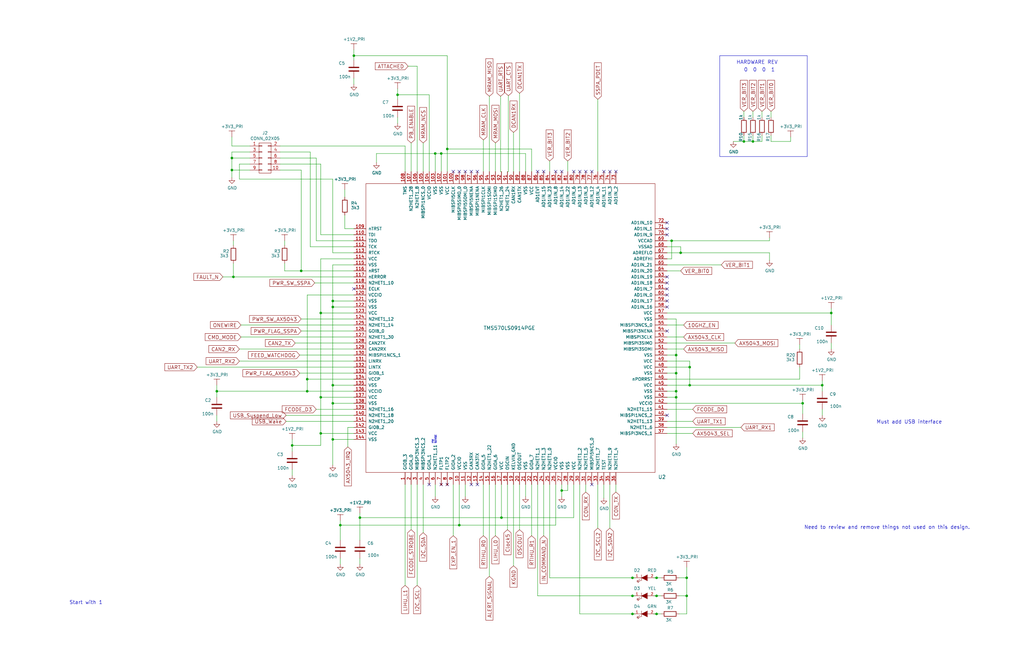
<source format=kicad_sch>
(kicad_sch (version 20230121) (generator eeschema)
  (paper "USLedger")
  (title_block (title "Radiation Tolerant Internal Housekeeping Unit (IHU)") (date "2019-12-23") (rev "1.1") (company "AMSAT-NA") (comment 1 "Z. Metzinger"))
  (lib_symbols
    (symbol "power:GND" (power) (pin_names (offset 0))
      (property "Value" "GND" (at 0 -3.81 0))
      (symbol "GND_1_1"
        (pin power_in line (at 0 0 270) (length 0) hide (name "GND") (number "1"))
      )
    )
    (symbol "rtihu-rescue:+1V2_PRI" (power) (pin_names (offset 0))
      (property "Value" "+1V2_PRI" (at 0 3.556 0))
      (symbol "+1V2_PRI_1_1"
        (pin power_in line (at 0 0 90) (length 0) hide (name "+1V2_PRI") (number "1"))
      )
    )
    (symbol "rtihu-rescue:+3V3_PRI" (power) (pin_names (offset 0))
      (property "Value" "+3V3_PRI" (at 0 3.556 0))
      (symbol "+3V3_PRI_1_1"
        (pin power_in line (at 0 0 90) (length 0) hide (name "+3V3_PRI") (number "1"))
      )
    )
    (symbol "Device:C" (pin_numbers hide) (pin_names (offset 0.254))
      (property "Reference" "C" (at 0.635 2.54 0))
      (property "Value" "C" (at 0.635 -2.54 0))
      (symbol "C_1_1"
        (pin passive line (at 0 3.81 270) (length 2.794) (name "~") (number "1"))
        (pin passive line (at 0 -3.81 90) (length 2.794) (name "~") (number "2"))
      )
    )
    (symbol "rtihu-rescue:CONN_02X05" (pin_names (offset 0.0254) hide)
      (property "Reference" "P" (at 0 7.62 0))
      (property "Value" "CONN_02X05" (at 0 -7.62 0))
      (symbol "CONN_02X05_1_1"
        (pin passive line (at -6.35 5.08 0) (length 3.81) (name "P1") (number "1"))
        (pin passive line (at 6.35 -5.08 180) (length 3.81) (name "P10") (number "10"))
        (pin passive line (at 6.35 5.08 180) (length 3.81) (name "P2") (number "2"))
        (pin passive line (at -6.35 2.54 0) (length 3.81) (name "P3") (number "3"))
        (pin passive line (at 6.35 2.54 180) (length 3.81) (name "P4") (number "4"))
        (pin passive line (at -6.35 0 0) (length 3.81) (name "P5") (number "5"))
        (pin passive line (at 6.35 0 180) (length 3.81) (name "P6") (number "6"))
        (pin passive line (at -6.35 -2.54 0) (length 3.81) (name "P7") (number "7"))
        (pin passive line (at 6.35 -2.54 180) (length 3.81) (name "P8") (number "8"))
        (pin passive line (at -6.35 -5.08 0) (length 3.81) (name "P9") (number "9"))
      )
    )
    (symbol "rtihu-rescue:LED" (pin_names (offset 1.016) hide)
      (property "Reference" "D" (at 0 2.54 0))
      (property "Value" "LED" (at 0 -2.54 0))
      (symbol "LED_1_1"
        (pin passive line (at -5.08 0 0) (length 3.81) (name "K") (number "1"))
        (pin passive line (at 5.08 0 180) (length 3.81) (name "A") (number "2"))
      )
    )
    (symbol "Device:R" (pin_numbers hide) (pin_names (offset 0))
      (property "Reference" "R" (at 2.032 0 90))
      (property "Value" "R" (at 0 0 90))
      (symbol "R_1_1"
        (pin passive line (at 0 3.81 270) (length 1.27) (name "~") (number "1"))
        (pin passive line (at 0 -3.81 90) (length 1.27) (name "~") (number "2"))
      )
    )
    (symbol "rtihu-rescue:TMS570LS0914PGE" (pin_names (offset 1.016))
      (property "Reference" "U" (at 58.42 -67.31 0))
      (property "Value" "TMS570LS0914PGE" (at 0 0 0))
      (symbol "TMS570LS0914PGE_1_1"
        (pin bidirectional line (at -44.45 -66.04 90) (length 5.08) (name "GIOB_3") (number "1"))
        (pin power_in line (at -21.59 -66.04 90) (length 5.08) (name "VCCIO") (number "10"))
        (pin bidirectional line (at -24.13 66.04 270) (length 5.08) (name "MIBSPI5CLK") (number "100"))
        (pin input line (at -26.67 66.04 270) (length 5.08) (name "VCC") (number "101"))
        (pin input line (at -29.21 66.04 270) (length 5.08) (name "VSS") (number "102"))
        (pin input line (at -31.75 66.04 270) (length 5.08) (name "VSS") (number "103"))
        (pin input line (at -34.29 66.04 270) (length 5.08) (name "VCCIO") (number "104"))
        (pin bidirectional line (at -36.83 66.04 270) (length 5.08) (name "MIBSPI1NCS_0") (number "105"))
        (pin bidirectional line (at -39.37 66.04 270) (length 5.08) (name "N2HET1_8") (number "106"))
        (pin bidirectional line (at -41.91 66.04 270) (length 5.08) (name "N2HET1_28") (number "107"))
        (pin input line (at -44.45 66.04 270) (length 5.08) (name "TMS") (number "108"))
        (pin input line (at -66.04 41.91 0) (length 5.08) (name "nTRST") (number "109"))
        (pin passive line (at -19.05 -66.04 90) (length 5.08) (name "VSS") (number "11"))
        (pin input line (at -66.04 39.37 0) (length 5.08) (name "TDI") (number "110"))
        (pin output line (at -66.04 36.83 0) (length 5.08) (name "TDO") (number "111"))
        (pin input line (at -66.04 34.29 0) (length 5.08) (name "TCK") (number "112"))
        (pin output line (at -66.04 31.75 0) (length 5.08) (name "RTCK") (number "113"))
        (pin input line (at -66.04 29.21 0) (length 5.08) (name "VCC") (number "114"))
        (pin input line (at -66.04 26.67 0) (length 5.08) (name "VSS") (number "115"))
        (pin input line (at -66.04 24.13 0) (length 5.08) (name "nRST") (number "116"))
        (pin open_collector line (at -66.04 21.59 0) (length 5.08) (name "nERROR") (number "117"))
        (pin bidirectional line (at -66.04 19.05 0) (length 5.08) (name "N2HET1_10") (number "118"))
        (pin input line (at -66.04 16.51 0) (length 5.08) (name "ECLK") (number "119"))
        (pin input line (at -16.51 -66.04 90) (length 5.08) (name "CAN3RX") (number "12"))
        (pin input line (at -66.04 13.97 0) (length 5.08) (name "VCCIO") (number "120"))
        (pin input line (at -66.04 11.43 0) (length 5.08) (name "VSS") (number "121"))
        (pin input line (at -66.04 8.89 0) (length 5.08) (name "VSS") (number "122"))
        (pin input line (at -66.04 6.35 0) (length 5.08) (name "VCC") (number "123"))
        (pin bidirectional line (at -66.04 3.81 0) (length 5.08) (name "N2HET1_12") (number "124"))
        (pin bidirectional line (at -66.04 1.27 0) (length 5.08) (name "N2HET1_14") (number "125"))
        (pin bidirectional line (at -66.04 -1.27 0) (length 5.08) (name "GOIB_0") (number "126"))
        (pin bidirectional line (at -66.04 -3.81 0) (length 5.08) (name "N2HET1_30") (number "127"))
        (pin output line (at -66.04 -6.35 0) (length 5.08) (name "CAN2TX") (number "128"))
        (pin input line (at -66.04 -8.89 0) (length 5.08) (name "CAN2RX") (number "129"))
        (pin output line (at -13.97 -66.04 90) (length 5.08) (name "CAN3TX") (number "13"))
        (pin bidirectional line (at -66.04 -11.43 0) (length 5.08) (name "MIBSPI1NCS_1") (number "130"))
        (pin input line (at -66.04 -13.97 0) (length 5.08) (name "LINRX") (number "131"))
        (pin output line (at -66.04 -16.51 0) (length 5.08) (name "LINTX") (number "132"))
        (pin bidirectional line (at -66.04 -19.05 0) (length 5.08) (name "GIOB_1") (number "133"))
        (pin input line (at -66.04 -21.59 0) (length 5.08) (name "VCCP") (number "134"))
        (pin input line (at -66.04 -24.13 0) (length 5.08) (name "VSS") (number "135"))
        (pin input line (at -66.04 -26.67 0) (length 5.08) (name "VCCIO") (number "136"))
        (pin input line (at -66.04 -29.21 0) (length 5.08) (name "VCC") (number "137"))
        (pin input line (at -66.04 -31.75 0) (length 5.08) (name "VSS") (number "138"))
        (pin bidirectional line (at -66.04 -34.29 0) (length 5.08) (name "N2HET1_16") (number "139"))
        (pin bidirectional line (at -11.43 -66.04 90) (length 5.08) (name "GIOA_5") (number "14"))
        (pin bidirectional line (at -66.04 -36.83 0) (length 5.08) (name "N2HET1_18") (number "140"))
        (pin bidirectional line (at -66.04 -39.37 0) (length 5.08) (name "N2HET1_20") (number "141"))
        (pin bidirectional line (at -66.04 -41.91 0) (length 5.08) (name "GIOB_2") (number "142"))
        (pin input line (at -66.04 -44.45 0) (length 5.08) (name "VCC") (number "143"))
        (pin input line (at -66.04 -46.99 0) (length 5.08) (name "VSS") (number "144"))
        (pin bidirectional line (at -8.89 -66.04 90) (length 5.08) (name "N2HET1_22") (number "15"))
        (pin bidirectional line (at -6.35 -66.04 90) (length 5.08) (name "GIOA_6") (number "16"))
        (pin power_in line (at -3.81 -66.04 90) (length 5.08) (name "VCC") (number "17"))
        (pin passive line (at -1.27 -66.04 90) (length 5.08) (name "OSCIN") (number "18"))
        (pin passive line (at 1.27 -66.04 90) (length 5.08) (name "KELVIN_GND") (number "19"))
        (pin bidirectional line (at -41.91 -66.04 90) (length 5.08) (name "GIOA_0") (number "2"))
        (pin passive line (at 3.81 -66.04 90) (length 5.08) (name "OSCOUT") (number "20"))
        (pin passive line (at 6.35 -66.04 90) (length 5.08) (name "VSS") (number "21"))
        (pin bidirectional line (at 8.89 -66.04 90) (length 5.08) (name "GIOA_7") (number "22"))
        (pin bidirectional line (at 11.43 -66.04 90) (length 5.08) (name "N2HET1_1") (number "23"))
        (pin bidirectional line (at 13.97 -66.04 90) (length 5.08) (name "N2HET1_3") (number "24"))
        (pin bidirectional line (at 16.51 -66.04 90) (length 5.08) (name "N2HET1_0") (number "25"))
        (pin power_in line (at 19.05 -66.04 90) (length 5.08) (name "VCCIO") (number "26"))
        (pin passive line (at 21.59 -66.04 90) (length 5.08) (name "VSS") (number "27"))
        (pin passive line (at 24.13 -66.04 90) (length 5.08) (name "VSS") (number "28"))
        (pin power_in line (at 26.67 -66.04 90) (length 5.08) (name "VCC") (number "29"))
        (pin bidirectional line (at -39.37 -66.04 90) (length 5.08) (name "MIBSPI3NCS_3") (number "3"))
        (pin bidirectional line (at 29.21 -66.04 90) (length 5.08) (name "N2HET1_2") (number "30"))
        (pin bidirectional line (at 31.75 -66.04 90) (length 5.08) (name "N2HET1_5") (number "31"))
        (pin bidirectional line (at 34.29 -66.04 90) (length 5.08) (name "MIBSPI5NCS_0") (number "32"))
        (pin bidirectional line (at 36.83 -66.04 90) (length 5.08) (name "N2HET1_7") (number "33"))
        (pin input line (at 39.37 -66.04 90) (length 5.08) (name "TEST") (number "34"))
        (pin bidirectional line (at 41.91 -66.04 90) (length 5.08) (name "N2HET1_9") (number "35"))
        (pin bidirectional line (at 44.45 -66.04 90) (length 5.08) (name "N2HET1_4") (number "36"))
        (pin bidirectional line (at 66.04 -44.45 180) (length 5.08) (name "MIBSPI3NCS_1") (number "37"))
        (pin bidirectional line (at 66.04 -41.91 180) (length 5.08) (name "N2HET1_6") (number "38"))
        (pin bidirectional line (at 66.04 -39.37 180) (length 5.08) (name "N2HET1_13") (number "39"))
        (pin bidirectional line (at -36.83 -66.04 90) (length 5.08) (name "MIBSPI3NCS_2") (number "4"))
        (pin bidirectional line (at 66.04 -36.83 180) (length 5.08) (name "MIBSPI1NCS_2") (number "40"))
        (pin bidirectional line (at 66.04 -34.29 180) (length 5.08) (name "N2HET1_15") (number "41"))
        (pin power_in line (at 66.04 -31.75 180) (length 5.08) (name "VCCIO") (number "42"))
        (pin input line (at 66.04 -29.21 180) (length 5.08) (name "VSS") (number "43"))
        (pin input line (at 66.04 -26.67 180) (length 5.08) (name "VSS") (number "44"))
        (pin input line (at 66.04 -24.13 180) (length 5.08) (name "VCC") (number "45"))
        (pin input line (at 66.04 -21.59 180) (length 5.08) (name "nPORRST") (number "46"))
        (pin input line (at 66.04 -19.05 180) (length 5.08) (name "VSS") (number "47"))
        (pin input line (at 66.04 -16.51 180) (length 5.08) (name "VCC") (number "48"))
        (pin input line (at 66.04 -13.97 180) (length 5.08) (name "VCC") (number "49"))
        (pin bidirectional line (at -34.29 -66.04 90) (length 5.08) (name "GIOA_1") (number "5"))
        (pin input line (at 66.04 -11.43 180) (length 5.08) (name "VSS") (number "50"))
        (pin bidirectional line (at 66.04 -8.89 180) (length 5.08) (name "MIBSPI3SOMI") (number "51"))
        (pin bidirectional line (at 66.04 -6.35 180) (length 5.08) (name "MIBSPI3SIMO") (number "52"))
        (pin bidirectional line (at 66.04 -3.81 180) (length 5.08) (name "MIBSPI3CLK") (number "53"))
        (pin bidirectional line (at 66.04 -1.27 180) (length 5.08) (name "MIBSPI3NENA") (number "54"))
        (pin bidirectional line (at 66.04 1.27 180) (length 5.08) (name "MIBSPI3NCS_0") (number "55"))
        (pin input line (at 66.04 3.81 180) (length 5.08) (name "VSS") (number "56"))
        (pin input line (at 66.04 6.35 180) (length 5.08) (name "VCC") (number "57"))
        (pin bidirectional line (at 66.04 8.89 180) (length 5.08) (name "AD1IN_16") (number "58"))
        (pin bidirectional line (at 66.04 11.43 180) (length 5.08) (name "AD1IN_17") (number "59"))
        (pin bidirectional line (at -31.75 -66.04 90) (length 5.08) (name "N2HET1_11") (number "6"))
        (pin bidirectional line (at 66.04 13.97 180) (length 5.08) (name "AD1IN_0") (number "60"))
        (pin bidirectional line (at 66.04 16.51 180) (length 5.08) (name "AD1IN_7") (number "61"))
        (pin bidirectional line (at 66.04 19.05 180) (length 5.08) (name "AD1IN_18") (number "62"))
        (pin bidirectional line (at 66.04 21.59 180) (length 5.08) (name "AD1IN_19") (number "63"))
        (pin bidirectional line (at 66.04 24.13 180) (length 5.08) (name "AD1IN_20") (number "64"))
        (pin bidirectional line (at 66.04 26.67 180) (length 5.08) (name "AD1IN_21") (number "65"))
        (pin input line (at 66.04 29.21 180) (length 5.08) (name "ADREFHI") (number "66"))
        (pin input line (at 66.04 31.75 180) (length 5.08) (name "ADREFLO") (number "67"))
        (pin input line (at 66.04 34.29 180) (length 5.08) (name "VSSAD") (number "68"))
        (pin input line (at 66.04 36.83 180) (length 5.08) (name "VCCAD") (number "69"))
        (pin no_connect line (at -29.21 -66.04 90) (length 5.08) (name "FLTP1") (number "7"))
        (pin bidirectional line (at 66.04 39.37 180) (length 5.08) (name "AD1IN_9") (number "70"))
        (pin bidirectional line (at 66.04 41.91 180) (length 5.08) (name "AD1IN_1") (number "71"))
        (pin bidirectional line (at 66.04 44.45 180) (length 5.08) (name "AD1IN_10") (number "72"))
        (pin bidirectional line (at 44.45 66.04 270) (length 5.08) (name "AD1IN_2") (number "73"))
        (pin bidirectional line (at 41.91 66.04 270) (length 5.08) (name "AD1IN_3") (number "74"))
        (pin bidirectional line (at 39.37 66.04 270) (length 5.08) (name "AD1IN_11") (number "75"))
        (pin bidirectional line (at 36.83 66.04 270) (length 5.08) (name "AD1IN_4") (number "76"))
        (pin bidirectional line (at 34.29 66.04 270) (length 5.08) (name "AD1IN_12") (number "77"))
        (pin bidirectional line (at 31.75 66.04 270) (length 5.08) (name "AD1IN_5") (number "78"))
        (pin bidirectional line (at 29.21 66.04 270) (length 5.08) (name "AD1IN_13") (number "79"))
        (pin no_connect line (at -26.67 -66.04 90) (length 5.08) (name "FLTP2") (number "8"))
        (pin bidirectional line (at 26.67 66.04 270) (length 5.08) (name "AD1IN_6") (number "80"))
        (pin bidirectional line (at 24.13 66.04 270) (length 5.08) (name "AD1IN_22") (number "81"))
        (pin bidirectional line (at 21.59 66.04 270) (length 5.08) (name "AD1IN_14") (number "82"))
        (pin bidirectional line (at 19.05 66.04 270) (length 5.08) (name "AD1IN_8") (number "83"))
        (pin bidirectional line (at 16.51 66.04 270) (length 5.08) (name "AD1IN_23") (number "84"))
        (pin bidirectional line (at 13.97 66.04 270) (length 5.08) (name "AD1IN_15") (number "85"))
        (pin bidirectional line (at 11.43 66.04 270) (length 5.08) (name "AD1EVT") (number "86"))
        (pin input line (at 8.89 66.04 270) (length 5.08) (name "VCC") (number "87"))
        (pin input line (at 6.35 66.04 270) (length 5.08) (name "VSS") (number "88"))
        (pin output line (at 3.81 66.04 270) (length 5.08) (name "CAN1TX") (number "89"))
        (pin bidirectional line (at -24.13 -66.04 90) (length 5.08) (name "GIOA_2") (number "9"))
        (pin input line (at 1.27 66.04 270) (length 5.08) (name "CAN1RX") (number "90"))
        (pin bidirectional line (at -1.27 66.04 270) (length 5.08) (name "N2HET1_24") (number "91"))
        (pin bidirectional line (at -3.81 66.04 270) (length 5.08) (name "N2HET1_26") (number "92"))
        (pin bidirectional line (at -6.35 66.04 270) (length 5.08) (name "MIBSPI1SIMO") (number "93"))
        (pin bidirectional line (at -8.89 66.04 270) (length 5.08) (name "MIBSPI1SOMI") (number "94"))
        (pin bidirectional line (at -11.43 66.04 270) (length 5.08) (name "MIBSPI1CLK") (number "95"))
        (pin bidirectional line (at -13.97 66.04 270) (length 5.08) (name "MIBSPI1NENA") (number "96"))
        (pin bidirectional line (at -16.51 66.04 270) (length 5.08) (name "MIBSPI5NENA") (number "97"))
        (pin bidirectional line (at -19.05 66.04 270) (length 5.08) (name "MIBSPI5SOMI_0") (number "98"))
        (pin bidirectional line (at -21.59 66.04 270) (length 5.08) (name "MIBSPI5SIMO_0") (number "99"))
      )
    )
  )
  (junction (at 129.54 165.1))
  (junction (at 276.86 251.46))
  (junction (at 140.335 170.18))
  (junction (at 193.675 221.615))
  (junction (at 285.115 165.1))
  (junction (at 313.69 59.69))
  (junction (at 140.335 162.56))
  (junction (at 151.765 218.44))
  (junction (at 143.51 221.615))
  (junction (at 188.595 62.865))
  (junction (at 285.115 157.48))
  (junction (at 350.52 132.08))
  (junction (at 97.79 66.675))
  (junction (at 285.115 149.86))
  (junction (at 129.54 160.02))
  (junction (at 287.02 106.68))
  (junction (at 183.515 64.77))
  (junction (at 98.425 116.84))
  (junction (at 290.83 154.94))
  (junction (at 289.56 251.46))
  (junction (at 149.225 23.495))
  (junction (at 289.56 243.84))
  (junction (at 140.335 127))
  (junction (at 211.455 218.44))
  (junction (at 266.7 259.08))
  (junction (at 167.64 40.005))
  (junction (at 236.855 207.01))
  (junction (at 135.255 132.08))
  (junction (at 91.44 165.1))
  (junction (at 346.71 162.56))
  (junction (at 135.255 167.64))
  (junction (at 135.255 182.88))
  (junction (at 338.455 170.18))
  (junction (at 140.335 129.54))
  (junction (at 317.5 59.69))
  (junction (at 285.115 167.64))
  (junction (at 127 114.3))
  (junction (at 266.7 243.84))
  (junction (at 140.335 185.42))
  (junction (at 186.055 64.77))
  (junction (at 276.86 243.84))
  (junction (at 276.86 259.08))
  (junction (at 97.79 71.755))
  (junction (at 123.19 187.96))
  (junction (at 283.21 101.6))
  (junction (at 266.7 251.46))
  (junction (at 290.83 162.56))
  (no_connect (at 257.175 72.39))
  (no_connect (at 281.305 96.52))
  (no_connect (at 281.305 124.46))
  (no_connect (at 191.135 72.39))
  (no_connect (at 254.635 72.39))
  (no_connect (at 201.295 204.47))
  (no_connect (at 198.755 204.47))
  (no_connect (at 198.755 72.39))
  (no_connect (at 281.305 129.54))
  (no_connect (at 180.975 204.47))
  (no_connect (at 249.555 204.47))
  (no_connect (at 281.305 139.7))
  (no_connect (at 196.215 72.39))
  (no_connect (at 247.015 72.39))
  (no_connect (at 193.675 72.39))
  (no_connect (at 226.695 72.39))
  (no_connect (at 234.315 72.39))
  (no_connect (at 259.715 72.39))
  (no_connect (at 281.305 175.26))
  (no_connect (at 241.935 72.39))
  (no_connect (at 281.305 119.38))
  (no_connect (at 281.305 99.06))
  (no_connect (at 229.235 72.39))
  (no_connect (at 201.295 72.39))
  (no_connect (at 281.305 116.84))
  (no_connect (at 236.855 72.39))
  (no_connect (at 244.475 72.39))
  (no_connect (at 186.055 204.47))
  (no_connect (at 188.595 204.47))
  (no_connect (at 249.555 72.39))
  (no_connect (at 149.225 121.92))
  (no_connect (at 281.305 127))
  (no_connect (at 281.305 121.92))
  (no_connect (at 281.305 93.98))
  (wire (pts (xy 91.44 162.56) (xy 91.44 165.1)))
  (wire (pts (xy 285.115 165.1) (xy 281.305 165.1)))
  (wire (pts (xy 135.255 182.88) (xy 135.255 187.96)))
  (wire (pts (xy 129.54 124.46) (xy 129.54 160.02)))
  (wire (pts (xy 338.455 170.18) (xy 338.455 174.625)))
  (wire (pts (xy 133.35 101.6) (xy 133.35 66.675)))
  (wire (pts (xy 276.86 259.08) (xy 275.59 259.08)))
  (wire (pts (xy 143.51 235.585) (xy 143.51 238.125)))
  (wire (pts (xy 91.44 175.26) (xy 91.44 177.8)))
  (wire (pts (xy 140.335 170.18) (xy 149.225 170.18)))
  (wire (pts (xy 350.52 132.08) (xy 350.52 137.16)))
  (wire (pts (xy 183.515 204.47) (xy 183.515 209.55)))
  (wire (pts (xy 281.305 180.34) (xy 312.42 180.34)))
  (wire (pts (xy 149.225 139.7) (xy 127 139.7)))
  (wire (pts (xy 151.765 216.535) (xy 151.765 218.44)))
  (wire (pts (xy 120.015 101.6) (xy 120.015 103.505)))
  (wire (pts (xy 140.335 127) (xy 149.225 127)))
  (wire (pts (xy 101.6 137.16) (xy 149.225 137.16)))
  (wire (pts (xy 285.115 149.86) (xy 285.115 157.48)))
  (wire (pts (xy 193.675 221.615) (xy 234.315 221.615)))
  (wire (pts (xy 149.225 109.22) (xy 135.255 109.22)))
  (wire (pts (xy 143.51 221.615) (xy 143.51 227.965)))
  (wire (pts (xy 127 71.755) (xy 118.11 71.755)))
  (wire (pts (xy 350.52 130.175) (xy 350.52 132.08)))
  (wire (pts (xy 140.335 75.565) (xy 100.965 75.565)))
  (wire (pts (xy 317.5 59.69) (xy 321.31 59.69)))
  (wire (pts (xy 123.19 187.96) (xy 123.19 190.5)))
  (wire (pts (xy 97.79 61.595) (xy 97.79 57.785)))
  (wire (pts (xy 101.6 142.24) (xy 149.225 142.24)))
  (wire (pts (xy 259.715 207.645) (xy 259.715 204.47)))
  (wire (pts (xy 100.965 75.565) (xy 100.965 69.215)))
  (wire (pts (xy 127 134.62) (xy 149.225 134.62)))
  (wire (pts (xy 145.415 96.52) (xy 149.225 96.52)))
  (wire (pts (xy 151.765 218.44) (xy 151.765 227.965)))
  (wire (pts (xy 203.835 226.06) (xy 203.835 204.47)))
  (wire (pts (xy 290.83 152.4) (xy 281.305 152.4)))
  (wire (pts (xy 286.385 243.84) (xy 289.56 243.84)))
  (wire (pts (xy 281.305 177.8) (xy 292.1 177.8)))
  (wire (pts (xy 133.35 66.675) (xy 118.11 66.675)))
  (wire (pts (xy 126.365 157.48) (xy 149.225 157.48)))
  (wire (pts (xy 158.75 64.77) (xy 158.75 68.58)))
  (wire (pts (xy 266.7 259.08) (xy 267.97 259.08)))
  (wire (pts (xy 275.59 251.46) (xy 276.86 251.46)))
  (wire (pts (xy 91.44 165.1) (xy 91.44 167.64)))
  (wire (pts (xy 211.455 218.44) (xy 241.935 218.44)))
  (wire (pts (xy 175.895 27.94) (xy 172.085 27.94)))
  (wire (pts (xy 129.54 124.46) (xy 149.225 124.46)))
  (wire (pts (xy 143.51 221.615) (xy 193.675 221.615)))
  (wire (pts (xy 105.41 61.595) (xy 97.79 61.595)))
  (wire (pts (xy 98.425 116.84) (xy 149.225 116.84)))
  (wire (pts (xy 234.315 221.615) (xy 234.315 204.47)))
  (wire (pts (xy 135.255 187.96) (xy 123.19 187.96)))
  (wire (pts (xy 211.455 204.47) (xy 211.455 218.44)))
  (wire (pts (xy 275.59 243.84) (xy 276.86 243.84)))
  (wire (pts (xy 276.86 251.46) (xy 278.765 251.46)))
  (wire (pts (xy 350.52 144.78) (xy 350.52 147.32)))
  (wire (pts (xy 214.376 72.39) (xy 213.995 72.39)))
  (wire (pts (xy 208.915 226.06) (xy 208.915 204.47)))
  (wire (pts (xy 287.02 114.3) (xy 281.305 114.3)))
  (wire (pts (xy 149.225 149.86) (xy 126.365 149.86)))
  (wire (pts (xy 149.225 152.4) (xy 100.965 152.4)))
  (wire (pts (xy 133.35 172.72) (xy 149.225 172.72)))
  (wire (pts (xy 120.65 175.26) (xy 149.225 175.26)))
  (wire (pts (xy 206.375 72.39) (xy 206.375 40.64)))
  (wire (pts (xy 167.64 49.53) (xy 167.64 52.07)))
  (wire (pts (xy 191.135 204.47) (xy 191.135 226.06)))
  (wire (pts (xy 281.305 134.62) (xy 285.115 134.62)))
  (wire (pts (xy 127 114.3) (xy 127 71.755)))
  (polyline (pts (xy 340.36 23.495) (xy 303.53 23.495)))
  (wire (pts (xy 254.635 204.47) (xy 254.635 210.185)))
  (wire (pts (xy 289.56 259.08) (xy 286.385 259.08)))
  (wire (pts (xy 140.335 111.76) (xy 140.335 127)))
  (wire (pts (xy 208.915 72.39) (xy 208.915 60.325)))
  (wire (pts (xy 239.395 207.01) (xy 239.395 204.47)))
  (wire (pts (xy 333.375 59.69) (xy 333.375 57.785)))
  (wire (pts (xy 129.54 160.02) (xy 129.54 165.1)))
  (wire (pts (xy 221.615 64.77) (xy 221.615 72.39)))
  (wire (pts (xy 337.185 160.02) (xy 281.305 160.02)))
  (wire (pts (xy 337.185 145.415) (xy 337.185 147.32)))
  (wire (pts (xy 244.475 259.08) (xy 266.7 259.08)))
  (wire (pts (xy 346.71 172.72) (xy 346.71 175.26)))
  (wire (pts (xy 149.225 104.14) (xy 130.81 104.14)))
  (wire (pts (xy 257.175 222.885) (xy 257.175 204.47)))
  (wire (pts (xy 149.225 144.78) (xy 124.46 144.78)))
  (polyline (pts (xy 303.53 66.04) (xy 340.36 66.04)))
  (wire (pts (xy 324.485 106.68) (xy 324.485 109.855)))
  (wire (pts (xy 178.435 224.79) (xy 178.435 204.47)))
  (wire (pts (xy 281.305 182.88) (xy 292.1 182.88)))
  (wire (pts (xy 98.425 111.125) (xy 98.425 116.84)))
  (wire (pts (xy 289.56 239.395) (xy 289.56 243.84)))
  (wire (pts (xy 97.79 71.755) (xy 105.41 71.755)))
  (wire (pts (xy 281.305 147.32) (xy 288.29 147.32)))
  (wire (pts (xy 281.305 111.76) (xy 304.165 111.76)))
  (wire (pts (xy 281.305 109.22) (xy 283.21 109.22)))
  (wire (pts (xy 231.775 243.84) (xy 266.7 243.84)))
  (wire (pts (xy 309.245 59.69) (xy 313.69 59.69)))
  (wire (pts (xy 173.355 60.325) (xy 173.355 72.39)))
  (wire (pts (xy 91.44 165.1) (xy 129.54 165.1)))
  (wire (pts (xy 236.855 207.01) (xy 239.395 207.01)))
  (wire (pts (xy 221.615 204.47) (xy 221.615 209.55)))
  (wire (pts (xy 140.335 185.42) (xy 149.225 185.42)))
  (wire (pts (xy 203.835 72.39) (xy 203.835 59.055)))
  (wire (pts (xy 211.074 72.39) (xy 211.455 72.39)))
  (wire (pts (xy 170.815 72.39) (xy 170.815 61.595)))
  (wire (pts (xy 252.095 41.91) (xy 252.095 72.39)))
  (wire (pts (xy 149.225 132.08) (xy 135.255 132.08)))
  (wire (pts (xy 135.255 132.08) (xy 135.255 167.64)))
  (wire (pts (xy 97.79 64.135) (xy 97.79 66.675)))
  (wire (pts (xy 130.81 104.14) (xy 130.81 64.135)))
  (wire (pts (xy 135.255 109.22) (xy 135.255 132.08)))
  (wire (pts (xy 167.64 37.465) (xy 167.64 40.005)))
  (wire (pts (xy 127 114.3) (xy 149.225 114.3)))
  (wire (pts (xy 278.765 259.08) (xy 276.86 259.08)))
  (wire (pts (xy 149.225 33.02) (xy 149.225 35.56)))
  (wire (pts (xy 290.83 162.56) (xy 346.71 162.56)))
  (wire (pts (xy 151.765 235.585) (xy 151.765 238.125)))
  (wire (pts (xy 283.21 109.22) (xy 283.21 101.6)))
  (wire (pts (xy 98.425 101.6) (xy 98.425 103.505)))
  (wire (pts (xy 140.335 129.54) (xy 149.225 129.54)))
  (wire (pts (xy 130.81 64.135) (xy 118.11 64.135)))
  (wire (pts (xy 211.074 40.64) (xy 211.074 72.39)))
  (wire (pts (xy 120.65 177.8) (xy 149.225 177.8)))
  (wire (pts (xy 281.305 162.56) (xy 290.83 162.56)))
  (wire (pts (xy 193.675 221.615) (xy 193.675 204.47)))
  (wire (pts (xy 158.75 64.77) (xy 183.515 64.77)))
  (wire (pts (xy 140.335 162.56) (xy 140.335 170.18)))
  (wire (pts (xy 226.695 251.46) (xy 266.7 251.46)))
  (wire (pts (xy 135.255 69.215) (xy 118.11 69.215)))
  (wire (pts (xy 188.595 23.495) (xy 188.595 62.865)))
  (wire (pts (xy 140.335 162.56) (xy 149.225 162.56)))
  (wire (pts (xy 290.83 152.4) (xy 290.83 154.94)))
  (wire (pts (xy 97.79 66.675) (xy 97.79 71.755)))
  (wire (pts (xy 346.71 160.655) (xy 346.71 162.56)))
  (wire (pts (xy 324.485 101.6) (xy 324.485 100.33)))
  (wire (pts (xy 149.225 23.495) (xy 149.225 25.4)))
  (wire (pts (xy 285.115 157.48) (xy 281.305 157.48)))
  (wire (pts (xy 241.935 218.44) (xy 241.935 204.47)))
  (polyline (pts (xy 340.36 66.04) (xy 340.36 23.495)))
  (wire (pts (xy 285.115 157.48) (xy 285.115 165.1)))
  (wire (pts (xy 186.055 64.77) (xy 186.055 72.39)))
  (wire (pts (xy 224.155 62.865) (xy 188.595 62.865)))
  (wire (pts (xy 105.41 66.675) (xy 97.79 66.675)))
  (wire (pts (xy 325.12 59.69) (xy 333.375 59.69)))
  (wire (pts (xy 183.515 72.39) (xy 183.515 64.77)))
  (wire (pts (xy 135.255 167.64) (xy 149.225 167.64)))
  (wire (pts (xy 140.335 129.54) (xy 140.335 162.56)))
  (wire (pts (xy 129.54 165.1) (xy 149.225 165.1)))
  (wire (pts (xy 292.1 172.72) (xy 281.305 172.72)))
  (wire (pts (xy 317.5 49.53) (xy 317.5 46.99)))
  (wire (pts (xy 276.86 243.84) (xy 278.765 243.84)))
  (wire (pts (xy 239.395 72.39) (xy 239.395 67.945)))
  (wire (pts (xy 337.185 154.94) (xy 337.185 160.02)))
  (wire (pts (xy 285.115 167.64) (xy 281.305 167.64)))
  (wire (pts (xy 266.7 243.84) (xy 267.97 243.84)))
  (wire (pts (xy 213.995 204.47) (xy 213.995 223.52)))
  (wire (pts (xy 149.225 99.06) (xy 135.255 99.06)))
  (wire (pts (xy 281.305 132.08) (xy 350.52 132.08)))
  (wire (pts (xy 226.695 204.47) (xy 226.695 251.46)))
  (wire (pts (xy 247.015 204.47) (xy 247.015 207.645)))
  (wire (pts (xy 186.055 64.77) (xy 221.615 64.77)))
  (wire (pts (xy 167.64 40.005) (xy 167.64 41.91)))
  (wire (pts (xy 105.41 64.135) (xy 97.79 64.135)))
  (wire (pts (xy 281.305 144.78) (xy 309.88 144.78)))
  (polyline (pts (xy 303.53 23.495) (xy 303.53 66.04)))
  (wire (pts (xy 188.595 62.865) (xy 188.595 72.39)))
  (wire (pts (xy 151.765 218.44) (xy 211.455 218.44)))
  (wire (pts (xy 135.255 167.64) (xy 135.255 182.88)))
  (wire (pts (xy 289.56 243.84) (xy 289.56 251.46)))
  (wire (pts (xy 346.71 162.56) (xy 346.71 165.1)))
  (wire (pts (xy 135.255 182.88) (xy 149.225 182.88)))
  (wire (pts (xy 143.51 219.71) (xy 143.51 221.615)))
  (wire (pts (xy 285.115 167.64) (xy 285.115 187.325)))
  (wire (pts (xy 149.225 119.38) (xy 132.715 119.38)))
  (wire (pts (xy 100.965 69.215) (xy 105.41 69.215)))
  (wire (pts (xy 321.31 59.69) (xy 321.31 57.15)))
  (wire (pts (xy 170.815 61.595) (xy 118.11 61.595)))
  (wire (pts (xy 281.305 142.24) (xy 288.29 142.24)))
  (wire (pts (xy 149.225 111.76) (xy 140.335 111.76)))
  (wire (pts (xy 120.015 114.3) (xy 120.015 111.125)))
  (wire (pts (xy 290.83 154.94) (xy 281.305 154.94)))
  (wire (pts (xy 281.305 104.14) (xy 287.02 104.14)))
  (wire (pts (xy 140.335 106.68) (xy 140.335 75.565)))
  (wire (pts (xy 252.095 222.885) (xy 252.095 204.47)))
  (wire (pts (xy 224.155 72.39) (xy 224.155 62.865)))
  (wire (pts (xy 170.815 247.015) (xy 170.815 204.47)))
  (wire (pts (xy 289.56 251.46) (xy 286.385 251.46)))
  (wire (pts (xy 283.21 101.6) (xy 324.485 101.6)))
  (wire (pts (xy 149.225 160.02) (xy 129.54 160.02)))
  (wire (pts (xy 196.215 204.47) (xy 196.215 209.55)))
  (wire (pts (xy 287.02 106.68) (xy 324.485 106.68)))
  (wire (pts (xy 149.225 147.32) (xy 100.965 147.32)))
  (wire (pts (xy 281.305 101.6) (xy 283.21 101.6)))
  (wire (pts (xy 140.335 170.18) (xy 140.335 185.42)))
  (wire (pts (xy 289.56 251.46) (xy 289.56 259.08)))
  (wire (pts (xy 173.355 223.52) (xy 173.355 204.47)))
  (wire (pts (xy 145.415 90.805) (xy 145.415 96.52)))
  (wire (pts (xy 281.305 170.18) (xy 338.455 170.18)))
  (wire (pts (xy 313.69 46.99) (xy 313.69 49.53)))
  (wire (pts (xy 123.19 185.42) (xy 123.19 187.96)))
  (wire (pts (xy 149.225 106.68) (xy 140.335 106.68)))
  (wire (pts (xy 290.83 154.94) (xy 290.83 162.56)))
  (wire (pts (xy 214.376 40.386) (xy 214.376 72.39)))
  (wire (pts (xy 224.155 226.06) (xy 224.155 204.47)))
  (wire (pts (xy 216.535 204.47) (xy 216.535 238.76)))
  (wire (pts (xy 285.115 165.1) (xy 285.115 167.64)))
  (wire (pts (xy 149.225 23.495) (xy 188.595 23.495)))
  (wire (pts (xy 338.455 182.245) (xy 338.455 184.785)))
  (wire (pts (xy 149.225 180.34) (xy 146.685 180.34)))
  (wire (pts (xy 313.69 59.69) (xy 317.5 59.69)))
  (wire (pts (xy 146.685 180.34) (xy 146.685 188.595)))
  (wire (pts (xy 236.855 204.47) (xy 236.855 207.01)))
  (wire (pts (xy 216.535 55.88) (xy 216.535 72.39)))
  (wire (pts (xy 266.7 251.46) (xy 267.97 251.46)))
  (wire (pts (xy 180.975 40.005) (xy 180.975 72.39)))
  (wire (pts (xy 183.515 64.77) (xy 186.055 64.77)))
  (wire (pts (xy 167.64 40.005) (xy 180.975 40.005)))
  (wire (pts (xy 338.455 168.91) (xy 338.455 170.18)))
  (wire (pts (xy 281.305 106.68) (xy 287.02 106.68)))
  (wire (pts (xy 313.69 59.69) (xy 313.69 57.15)))
  (wire (pts (xy 175.895 27.94) (xy 175.895 72.39)))
  (wire (pts (xy 236.855 207.01) (xy 236.855 209.55)))
  (wire (pts (xy 97.79 71.755) (xy 97.79 74.93)))
  (wire (pts (xy 244.475 204.47) (xy 244.475 259.08)))
  (wire (pts (xy 149.225 154.94) (xy 83.185 154.94)))
  (wire (pts (xy 287.02 104.14) (xy 287.02 106.68)))
  (wire (pts (xy 135.255 99.06) (xy 135.255 69.215)))
  (wire (pts (xy 123.19 198.12) (xy 123.19 200.66)))
  (wire (pts (xy 321.31 49.53) (xy 321.31 46.99)))
  (wire (pts (xy 145.415 80.01) (xy 145.415 83.185)))
  (wire (pts (xy 149.225 101.6) (xy 133.35 101.6)))
  (wire (pts (xy 178.435 72.39) (xy 178.435 60.325)))
  (wire (pts (xy 206.375 243.205) (xy 206.375 204.47)))
  (wire (pts (xy 325.12 59.69) (xy 325.12 57.15)))
  (wire (pts (xy 140.335 185.42) (xy 140.335 196.215)))
  (wire (pts (xy 140.335 127) (xy 140.335 129.54)))
  (wire (pts (xy 285.115 134.62) (xy 285.115 149.86)))
  (wire (pts (xy 231.775 204.47) (xy 231.775 243.84)))
  (wire (pts (xy 93.98 116.84) (xy 98.425 116.84)))
  (wire (pts (xy 219.075 39.37) (xy 219.075 72.39)))
  (wire (pts (xy 175.895 204.47) (xy 175.895 247.015)))
  (wire (pts (xy 325.12 49.53) (xy 325.12 46.99)))
  (wire (pts (xy 229.235 204.47) (xy 229.235 226.06)))
  (wire (pts (xy 219.075 223.52) (xy 219.075 204.47)))
  (wire (pts (xy 120.015 114.3) (xy 127 114.3)))
  (wire (pts (xy 281.305 137.16) (xy 288.29 137.16)))
  (wire (pts (xy 317.5 57.15) (xy 317.5 59.69)))
  (wire (pts (xy 281.305 149.86) (xy 285.115 149.86)))
  (wire (pts (xy 149.225 20.955) (xy 149.225 23.495)))
  (wire (pts (xy 231.775 72.39) (xy 231.775 67.945)))
  (text "0" (at 321.31 30.48 0) (effects (font (size 1.524 1.524)) (justify left bottom)))
  (text "0" (at 313.69 30.48 0) (effects (font (size 1.524 1.524)) (justify left bottom)))
  (text "Need to review and remove things not used on this design." (at 339.09 223.52 0) (effects (font (size 1.524 1.524)) (justify left bottom)))
  (text "Must add USB interface" (at 369.57 179.07 0) (effects (font (size 1.524 1.524)) (justify left bottom)))
  (text "HARDWARE REV" (at 310.515 27.305 0) (effects (font (size 1.524 1.524)) (justify left bottom)))
  (text "Start with 1" (at 29.21 255.27 0) (effects (font (size 1.524 1.524)) (justify left bottom)))
  (text "HW\nSENSE" (at 184.15 187.325 90) (effects (font (size 0.762 0.762)) (justify left bottom)))
  (text "1" (at 325.12 30.48 0) (effects (font (size 1.524 1.524)) (justify left bottom)))
  (text "0" (at 317.5 30.48 0) (effects (font (size 1.524 1.524)) (justify left bottom)))
  (global_label "FCODE_STROBE" (shape input) (at 173.355 223.52 270) (effects (font (size 1.524 1.524))) (property "Intersheetrefs" "${INTERSHEET_REFS}" (effects hide)))
  (global_label "VER_BIT2" (shape input) (at 239.395 67.945 90) (effects (font (size 1.524 1.524))) (property "Intersheetrefs" "${INTERSHEET_REFS}" (effects hide)))
  (global_label "UART_RX2" (shape input) (at 100.965 152.4 180) (effects (font (size 1.524 1.524))) (property "Intersheetrefs" "${INTERSHEET_REFS}" (effects hide)))
  (global_label "CMD_MODE" (shape input) (at 101.6 142.24 180) (effects (font (size 1.524 1.524))) (property "Intersheetrefs" "${INTERSHEET_REFS}" (effects hide)))
  (global_label "I2C_SCL2" (shape input) (at 252.095 222.885 270) (effects (font (size 1.524 1.524))) (property "Intersheetrefs" "${INTERSHEET_REFS}" (effects hide)))
  (global_label "VER_BIT1" (shape input) (at 304.165 111.76 0) (effects (font (size 1.524 1.524))) (property "Intersheetrefs" "${INTERSHEET_REFS}" (effects hide)))
  (global_label "MRAM_NCS" (shape input) (at 178.435 60.325 90) (effects (font (size 1.524 1.524))) (property "Intersheetrefs" "${INTERSHEET_REFS}" (effects hide)))
  (global_label "CAN2_TX" (shape input) (at 124.46 144.78 180) (effects (font (size 1.524 1.524))) (property "Intersheetrefs" "${INTERSHEET_REFS}" (effects hide)))
  (global_label "MRAM_MISO" (shape input) (at 206.375 40.64 90) (effects (font (size 1.524 1.524))) (property "Intersheetrefs" "${INTERSHEET_REFS}" (effects hide)))
  (global_label "VER_BIT0" (shape input) (at 287.02 114.3 0) (effects (font (size 1.524 1.524))) (property "Intersheetrefs" "${INTERSHEET_REFS}" (effects hide)))
  (global_label "ONEWIRE" (shape input) (at 101.6 137.16 180) (effects (font (size 1.524 1.524))) (property "Intersheetrefs" "${INTERSHEET_REFS}" (effects hide)))
  (global_label "UART_TX2" (shape input) (at 83.185 154.94 180) (effects (font (size 1.524 1.524))) (property "Intersheetrefs" "${INTERSHEET_REFS}" (effects hide)))
  (global_label "KGND" (shape input) (at 216.535 238.76 270) (effects (font (size 1.524 1.524))) (property "Intersheetrefs" "${INTERSHEET_REFS}" (effects hide)))
  (global_label "PWR_SW_AX5043" (shape input) (at 127 134.62 180) (effects (font (size 1.524 1.524))) (property "Intersheetrefs" "${INTERSHEET_REFS}" (effects hide)))
  (global_label "RTIHU_R0" (shape input) (at 203.835 226.06 270) (effects (font (size 1.524 1.524))) (property "Intersheetrefs" "${INTERSHEET_REFS}" (effects hide)))
  (global_label "USB_Wake" (shape input) (at 120.65 177.8 180) (effects (font (size 1.524 1.524))) (property "Intersheetrefs" "${INTERSHEET_REFS}" (effects hide)))
  (global_label "PWR_FLAG_SSPA" (shape input) (at 127 139.7 180) (effects (font (size 1.524 1.524))) (property "Intersheetrefs" "${INTERSHEET_REFS}" (effects hide)))
  (global_label "FEED_WATCHDOG" (shape input) (at 126.365 149.86 180) (effects (font (size 1.524 1.524))) (property "Intersheetrefs" "${INTERSHEET_REFS}" (effects hide)))
  (global_label "ALERT_SIGNAL" (shape input) (at 206.375 243.205 270) (effects (font (size 1.524 1.524))) (property "Intersheetrefs" "${INTERSHEET_REFS}" (effects hide)))
  (global_label "AX5043_IRQ" (shape input) (at 146.685 188.595 270) (effects (font (size 1.524 1.524))) (property "Intersheetrefs" "${INTERSHEET_REFS}" (effects hide)))
  (global_label "SSPA_PDET" (shape input) (at 252.095 41.91 90) (effects (font (size 1.524 1.524))) (property "Intersheetrefs" "${INTERSHEET_REFS}" (effects hide)))
  (global_label "FAULT_N" (shape input) (at 93.98 116.84 180) (effects (font (size 1.524 1.524))) (property "Intersheetrefs" "${INTERSHEET_REFS}" (effects hide)))
  (global_label "AX5043_SEL" (shape input) (at 292.1 182.88 0) (effects (font (size 1.524 1.524))) (property "Intersheetrefs" "${INTERSHEET_REFS}" (effects hide)))
  (global_label "USB_Suspend_Low" (shape input) (at 120.65 175.26 180) (effects (font (size 1.524 1.524))) (property "Intersheetrefs" "${INTERSHEET_REFS}" (effects hide)))
  (global_label "UART_TX1" (shape input) (at 292.1 177.8 0) (effects (font (size 1.524 1.524))) (property "Intersheetrefs" "${INTERSHEET_REFS}" (effects hide)))
  (global_label "CON_RX" (shape input) (at 247.015 207.645 270) (effects (font (size 1.524 1.524))) (property "Intersheetrefs" "${INTERSHEET_REFS}" (effects hide)))
  (global_label "CON_TX" (shape input) (at 259.715 207.645 270) (effects (font (size 1.524 1.524))) (property "Intersheetrefs" "${INTERSHEET_REFS}" (effects hide)))
  (global_label "CAN2_RX" (shape input) (at 100.965 147.32 180) (effects (font (size 1.524 1.524))) (property "Intersheetrefs" "${INTERSHEET_REFS}" (effects hide)))
  (global_label "MRAM_CLK" (shape input) (at 203.835 59.055 90) (effects (font (size 1.524 1.524))) (property "Intersheetrefs" "${INTERSHEET_REFS}" (effects hide)))
  (global_label "LIHU_L0" (shape input) (at 208.915 226.06 270) (effects (font (size 1.524 1.524))) (property "Intersheetrefs" "${INTERSHEET_REFS}" (effects hide)))
  (global_label "I2C_SDA" (shape input) (at 178.435 224.79 270) (effects (font (size 1.524 1.524))) (property "Intersheetrefs" "${INTERSHEET_REFS}" (effects hide)))
  (global_label "RTIHU_R1" (shape input) (at 224.155 226.06 270) (effects (font (size 1.524 1.524))) (property "Intersheetrefs" "${INTERSHEET_REFS}" (effects hide)))
  (global_label "IN_COMMAND_N" (shape input) (at 229.235 226.06 270) (effects (font (size 1.524 1.524))) (property "Intersheetrefs" "${INTERSHEET_REFS}" (effects hide)))
  (global_label "PWR_SW_SSPA" (shape input) (at 132.715 119.38 180) (effects (font (size 1.524 1.524))) (property "Intersheetrefs" "${INTERSHEET_REFS}" (effects hide)))
  (global_label "MRAM_MOSI" (shape input) (at 208.915 60.325 90) (effects (font (size 1.524 1.524))) (property "Intersheetrefs" "${INTERSHEET_REFS}" (effects hide)))
  (global_label "EXP_EN_1" (shape input) (at 191.135 226.06 270) (effects (font (size 1.524 1.524))) (property "Intersheetrefs" "${INTERSHEET_REFS}" (effects hide)))
  (global_label "LIHU_L1" (shape input) (at 170.815 247.015 270) (effects (font (size 1.524 1.524))) (property "Intersheetrefs" "${INTERSHEET_REFS}" (effects hide)))
  (global_label "PB_ENABLE" (shape input) (at 173.355 60.325 90) (effects (font (size 1.524 1.524))) (property "Intersheetrefs" "${INTERSHEET_REFS}" (effects hide)))
  (global_label "VER_BIT3" (shape input) (at 313.69 46.99 90) (effects (font (size 1.524 1.524))) (property "Intersheetrefs" "${INTERSHEET_REFS}" (effects hide)))
  (global_label "UART_RX1" (shape input) (at 312.42 180.34 0) (effects (font (size 1.524 1.524))) (property "Intersheetrefs" "${INTERSHEET_REFS}" (effects hide)))
  (global_label "FCODE_D0" (shape input) (at 292.1 172.72 0) (effects (font (size 1.524 1.524))) (property "Intersheetrefs" "${INTERSHEET_REFS}" (effects hide)))
  (global_label "I2C_SDA2" (shape input) (at 257.175 222.885 270) (effects (font (size 1.524 1.524))) (property "Intersheetrefs" "${INTERSHEET_REFS}" (effects hide)))
  (global_label "AX5043_CLK" (shape input) (at 288.29 142.24 0) (effects (font (size 1.524 1.524))) (property "Intersheetrefs" "${INTERSHEET_REFS}" (effects hide)))
  (global_label "VER_BIT3" (shape input) (at 231.775 67.945 90) (effects (font (size 1.524 1.524))) (property "Intersheetrefs" "${INTERSHEET_REFS}" (effects hide)))
  (global_label "ATTACHED" (shape input) (at 172.085 27.94 180) (effects (font (size 1.524 1.524))) (property "Intersheetrefs" "${INTERSHEET_REFS}" (effects hide)))
  (global_label "AX5043_MISO" (shape input) (at 288.29 147.32 0) (effects (font (size 1.524 1.524))) (property "Intersheetrefs" "${INTERSHEET_REFS}" (effects hide)))
  (global_label "UART_RTS" (shape input) (at 211.074 40.64 90) (effects (font (size 1.524 1.524))) (property "Intersheetrefs" "${INTERSHEET_REFS}" (effects hide)))
  (global_label "10GHZ_EN" (shape input) (at 288.29 137.16 0) (effects (font (size 1.524 1.524))) (property "Intersheetrefs" "${INTERSHEET_REFS}" (effects hide)))
  (global_label "PWR_FLAG_AX5043" (shape input) (at 126.365 157.48 180) (effects (font (size 1.524 1.524))) (property "Intersheetrefs" "${INTERSHEET_REFS}" (effects hide)))
  (global_label "OSCOUT" (shape input) (at 219.075 223.52 270) (effects (font (size 1.524 1.524))) (property "Intersheetrefs" "${INTERSHEET_REFS}" (effects hide)))
  (global_label "UART_CTS" (shape input) (at 214.376 40.386 90) (effects (font (size 1.524 1.524))) (property "Intersheetrefs" "${INTERSHEET_REFS}" (effects hide)))
  (global_label "VER_BIT1" (shape input) (at 321.31 46.99 90) (effects (font (size 1.524 1.524))) (property "Intersheetrefs" "${INTERSHEET_REFS}" (effects hide)))
  (global_label "Clock5" (shape input) (at 213.995 223.52 270) (effects (font (size 1.524 1.524))) (property "Intersheetrefs" "${INTERSHEET_REFS}" (effects hide)))
  (global_label "FCODE_D3" (shape input) (at 133.35 172.72 180) (effects (font (size 1.524 1.524))) (property "Intersheetrefs" "${INTERSHEET_REFS}" (effects hide)))
  (global_label "AX5043_MOSI" (shape input) (at 309.88 144.78 0) (effects (font (size 1.524 1.524))) (property "Intersheetrefs" "${INTERSHEET_REFS}" (effects hide)))
  (global_label "DCAN1RX" (shape input) (at 216.535 55.88 90) (effects (font (size 1.524 1.524))) (property "Intersheetrefs" "${INTERSHEET_REFS}" (effects hide)))
  (global_label "VER_BIT2" (shape input) (at 317.5 46.99 90) (effects (font (size 1.524 1.524))) (property "Intersheetrefs" "${INTERSHEET_REFS}" (effects hide)))
  (global_label "DCAN1TX" (shape input) (at 219.075 39.37 90) (effects (font (size 1.524 1.524))) (property "Intersheetrefs" "${INTERSHEET_REFS}" (effects hide)))
  (global_label "VER_BIT0" (shape input) (at 325.12 46.99 90) (effects (font (size 1.524 1.524))) (property "Intersheetrefs" "${INTERSHEET_REFS}" (effects hide)))
  (global_label "I2C_SCL" (shape input) (at 175.895 247.015 270) (effects (font (size 1.524 1.524))) (property "Intersheetrefs" "${INTERSHEET_REFS}" (effects hide)))
  (symbol (lib_id "rtihu-rescue:TMS570LS0914PGE") (at 215.265 138.43 0) (unit 1)
    (property "Reference" "U2" (at 277.495 201.295 0) (effects (font (size 1.524 1.524)) (justify left)))
    (property "Value" "TMS570LS0914PGE" (at 203.835 138.43 0) (effects (font (size 1.524 1.524)) (justify left)))
    (property "Footprint" "amsat_ti:TQFP-144_20x20mm_Pitch0.5mm" (effects hide))
  )
  (symbol (lib_id "power:GND") (at 196.215 209.55 0) (unit 1)
    (property "Reference" "#PWR019" (effects hide))
    (property "Value" "GND" (at 196.342 213.9442 0))
  )
  (symbol (lib_id "power:GND") (at 285.115 187.325 0) (unit 1)
    (property "Reference" "#PWR023" (effects hide))
    (property "Value" "GND" (at 285.242 191.7192 0))
  )
  (symbol (lib_id "Device:R") (at 120.015 107.315 0) (unit 1)
    (property "Reference" "R3" (at 115.57 106.045 0) (effects (justify left)))
    (property "Value" "3k3" (at 114.3 107.95 0) (effects (justify left)))
    (property "Footprint" "Resistor_SMD:R_0603_1608Metric_Pad0.98x0.95mm_HandSolder" (effects hide))
  )
  (symbol (lib_id "power:GND") (at 140.335 196.215 0) (unit 1)
    (property "Reference" "#PWR09" (effects hide))
    (property "Value" "GND" (at 140.462 200.6092 0))
  )
  (symbol (lib_id "power:GND") (at 221.615 209.55 0) (unit 1)
    (property "Reference" "#PWR020" (effects hide))
    (property "Value" "GND" (at 221.742 213.9442 0))
  )
  (symbol (lib_id "power:GND") (at 236.855 209.55 0) (unit 1)
    (property "Reference" "#PWR021" (effects hide))
    (property "Value" "GND" (at 236.982 213.9442 0))
  )
  (symbol (lib_id "power:GND") (at 158.75 68.58 0) (unit 1)
    (property "Reference" "#PWR015" (effects hide))
    (property "Value" "GND" (at 158.877 72.9742 0))
  )
  (symbol (lib_id "Device:C") (at 346.71 168.91 0) (unit 1)
    (property "Reference" "C9" (at 351.155 166.37 0))
    (property "Value" "100n" (at 352.425 171.45 0))
    (property "Footprint" "Capacitor_SMD:C_0603_1608Metric_Pad1.08x0.95mm_HandSolder" (effects hide))
  )
  (symbol (lib_id "power:GND") (at 346.71 175.26 0) (unit 1)
    (property "Reference" "#PWR032" (effects hide))
    (property "Value" "GND" (at 346.837 179.6542 0))
  )
  (symbol (lib_id "Device:C") (at 167.64 45.72 0) (unit 1)
    (property "Reference" "C7" (at 162.56 43.18 0))
    (property "Value" "100n" (at 163.83 48.895 0))
    (property "Footprint" "Capacitor_SMD:C_0603_1608Metric_Pad1.08x0.95mm_HandSolder" (effects hide))
  )
  (symbol (lib_id "power:GND") (at 167.64 52.07 0) (unit 1)
    (property "Reference" "#PWR017" (effects hide))
    (property "Value" "GND" (at 167.767 56.4642 0))
  )
  (symbol (lib_id "Device:C") (at 338.455 178.435 0) (unit 1)
    (property "Reference" "C8" (at 333.375 175.895 0))
    (property "Value" "100n" (at 334.645 181.61 0))
    (property "Footprint" "Capacitor_SMD:C_0603_1608Metric_Pad1.08x0.95mm_HandSolder" (effects hide))
  )
  (symbol (lib_id "power:GND") (at 338.455 184.785 0) (unit 1)
    (property "Reference" "#PWR031" (effects hide))
    (property "Value" "GND" (at 338.582 189.1792 0))
  )
  (symbol (lib_id "Device:C") (at 350.52 140.97 0) (unit 1)
    (property "Reference" "C10" (at 345.44 138.43 0))
    (property "Value" "100n" (at 346.71 144.145 0))
    (property "Footprint" "Capacitor_SMD:C_0603_1608Metric_Pad1.08x0.95mm_HandSolder" (effects hide))
  )
  (symbol (lib_id "power:GND") (at 350.52 147.32 0) (unit 1)
    (property "Reference" "#PWR033" (effects hide))
    (property "Value" "GND" (at 350.647 151.7142 0))
  )
  (symbol (lib_id "Device:C") (at 149.225 29.21 0) (unit 1)
    (property "Reference" "C5" (at 144.145 26.67 0))
    (property "Value" "100n" (at 145.415 32.385 0))
    (property "Footprint" "Capacitor_SMD:C_0603_1608Metric_Pad1.08x0.95mm_HandSolder" (effects hide))
  )
  (symbol (lib_id "power:GND") (at 149.225 35.56 0) (unit 1)
    (property "Reference" "#PWR013" (effects hide))
    (property "Value" "GND" (at 149.352 39.9542 0))
  )
  (symbol (lib_id "Device:C") (at 151.765 231.775 0) (unit 1)
    (property "Reference" "C6" (at 156.21 229.235 0))
    (property "Value" "100n" (at 157.48 234.315 0))
    (property "Footprint" "Capacitor_SMD:C_0603_1608Metric_Pad1.08x0.95mm_HandSolder" (effects hide))
  )
  (symbol (lib_id "power:GND") (at 151.765 238.125 0) (unit 1)
    (property "Reference" "#PWR014" (effects hide))
    (property "Value" "GND" (at 151.892 242.5192 0))
  )
  (symbol (lib_id "Device:C") (at 143.51 231.775 0) (unit 1)
    (property "Reference" "C4" (at 138.43 229.235 0))
    (property "Value" "100n" (at 139.7 234.95 0))
    (property "Footprint" "Capacitor_SMD:C_0603_1608Metric_Pad1.08x0.95mm_HandSolder" (effects hide))
  )
  (symbol (lib_id "power:GND") (at 143.51 238.125 0) (unit 1)
    (property "Reference" "#PWR011" (effects hide))
    (property "Value" "GND" (at 143.637 242.5192 0))
  )
  (symbol (lib_id "Device:C") (at 123.19 194.31 0) (unit 1)
    (property "Reference" "C3" (at 118.11 191.77 0))
    (property "Value" "100n" (at 119.38 197.485 0))
    (property "Footprint" "Capacitor_SMD:C_0603_1608Metric_Pad1.08x0.95mm_HandSolder" (effects hide))
  )
  (symbol (lib_id "power:GND") (at 123.19 200.66 0) (unit 1)
    (property "Reference" "#PWR08" (effects hide))
    (property "Value" "GND" (at 123.317 205.0542 0))
  )
  (symbol (lib_id "Device:C") (at 91.44 171.45 0) (unit 1)
    (property "Reference" "C2" (at 86.36 168.91 0) (effects (justify left)))
    (property "Value" "100n" (at 87.63 174.625 0))
    (property "Footprint" "Capacitor_SMD:C_0603_1608Metric_Pad1.08x0.95mm_HandSolder" (effects hide))
  )
  (symbol (lib_id "power:GND") (at 91.44 177.8 0) (unit 1)
    (property "Reference" "#PWR03" (effects hide))
    (property "Value" "GND" (at 91.567 182.1942 0))
  )
  (symbol (lib_id "rtihu-rescue:CONN_02X05") (at 111.76 66.675 0) (unit 1)
    (property "Reference" "J2" (at 111.76 56.134 0))
    (property "Value" "CONN_02X05" (at 111.76 58.4454 0))
    (property "Footprint" "amsat_samtec:FTSH-105-01-L-DV-K" (effects hide))
  )
  (symbol (lib_id "power:GND") (at 97.79 74.93 0) (unit 1)
    (property "Reference" "#PWR05" (effects hide))
    (property "Value" "GND" (at 97.917 79.3242 0))
  )
  (symbol (lib_id "Device:R") (at 145.415 86.995 0) (unit 1)
    (property "Reference" "R4" (at 147.955 85.725 0) (effects (justify left)))
    (property "Value" "3k3" (at 147.955 87.63 0) (effects (justify left)))
    (property "Footprint" "Resistor_SMD:R_0603_1608Metric_Pad0.98x0.95mm_HandSolder" (effects hide))
  )
  (symbol (lib_id "Device:R") (at 98.425 107.315 0) (unit 1)
    (property "Reference" "R2" (at 93.98 106.045 0) (effects (justify left)))
    (property "Value" "3k3" (at 92.71 107.95 0) (effects (justify left)))
    (property "Footprint" "Resistor_SMD:R_0603_1608Metric_Pad0.98x0.95mm_HandSolder" (effects hide))
  )
  (symbol (lib_id "power:GND") (at 254.635 210.185 0) (unit 1)
    (property "Reference" "#PWR022" (effects hide))
    (property "Value" "GND" (at 254.762 214.5792 0))
  )
  (symbol (lib_id "power:GND") (at 324.485 109.855 0) (unit 1)
    (property "Reference" "#PWR027" (effects hide))
    (property "Value" "GND" (at 324.612 114.2492 0))
  )
  (symbol (lib_id "rtihu-rescue:+1V2_PRI") (at 149.225 20.955 0) (unit 1)
    (property "Reference" "#U03" (effects hide))
    (property "Value" "+1V2_PRI" (at 149.352 16.5608 0))
  )
  (symbol (lib_id "rtihu-rescue:+3V3_PRI") (at 167.64 37.465 0) (unit 1)
    (property "Reference" "#PWR016" (effects hide))
    (property "Value" "+3V3_PRI" (at 167.767 33.0708 0))
  )
  (symbol (lib_id "rtihu-rescue:+3V3_PRI") (at 97.79 57.785 0) (unit 1)
    (property "Reference" "#PWR04" (effects hide))
    (property "Value" "+3V3_PRI" (at 97.917 53.3908 0))
  )
  (symbol (lib_id "rtihu-rescue:+3V3_PRI") (at 145.415 80.01 0) (unit 1)
    (property "Reference" "#PWR012" (effects hide))
    (property "Value" "+3V3_PRI" (at 145.542 75.6158 0))
  )
  (symbol (lib_id "rtihu-rescue:+3V3_PRI") (at 120.015 101.6 0) (unit 1)
    (property "Reference" "#PWR07" (effects hide))
    (property "Value" "+3V3_PRI" (at 120.142 97.2058 0))
  )
  (symbol (lib_id "rtihu-rescue:+3V3_PRI") (at 98.425 101.6 0) (unit 1)
    (property "Reference" "#PWR06" (effects hide))
    (property "Value" "+3V3_PRI" (at 98.552 97.2058 0))
  )
  (symbol (lib_id "rtihu-rescue:+3V3_PRI") (at 91.44 162.56 0) (unit 1)
    (property "Reference" "#PWR02" (effects hide))
    (property "Value" "+3V3_PRI" (at 91.567 158.1658 0))
  )
  (symbol (lib_id "rtihu-rescue:+1V2_PRI") (at 123.19 185.42 0) (unit 1)
    (property "Reference" "#U02" (effects hide))
    (property "Value" "+1V2_PRI" (at 123.317 181.0258 0))
  )
  (symbol (lib_id "rtihu-rescue:+3V3_PRI") (at 143.51 219.71 0) (unit 1)
    (property "Reference" "#PWR010" (effects hide))
    (property "Value" "+3V3_PRI" (at 143.637 215.3158 0))
  )
  (symbol (lib_id "rtihu-rescue:+1V2_PRI") (at 151.765 216.535 0) (unit 1)
    (property "Reference" "#U04" (effects hide))
    (property "Value" "+1V2_PRI" (at 151.892 212.1408 0))
  )
  (symbol (lib_id "rtihu-rescue:+1V2_PRI") (at 346.71 160.655 0) (unit 1)
    (property "Reference" "#U05" (effects hide))
    (property "Value" "+1V2_PRI" (at 346.837 156.2608 0))
  )
  (symbol (lib_id "rtihu-rescue:+3V3_PRI") (at 338.455 168.91 0) (unit 1)
    (property "Reference" "#PWR030" (effects hide))
    (property "Value" "+3V3_PRI" (at 338.582 164.5158 0))
  )
  (symbol (lib_id "rtihu-rescue:+1V2_PRI") (at 350.52 130.175 0) (unit 1)
    (property "Reference" "#U06" (effects hide))
    (property "Value" "+1V2_PRI" (at 350.647 125.7808 0))
  )
  (symbol (lib_id "rtihu-rescue:+3V3_PRI") (at 324.485 100.33 0) (unit 1)
    (property "Reference" "#PWR026" (effects hide))
    (property "Value" "+3V3_PRI" (at 324.612 95.9358 0))
  )
  (symbol (lib_id "rtihu-rescue:LED") (at 271.78 243.84 0) (unit 1)
    (property "Reference" "D2" (at 268.605 240.665 0))
    (property "Value" "RED" (at 274.955 240.665 0))
    (property "Footprint" "LEDs:LED_0603" (effects hide))
  )
  (symbol (lib_id "rtihu-rescue:LED") (at 271.78 251.46 0) (unit 1)
    (property "Reference" "D3" (at 268.605 248.285 0))
    (property "Value" "YEL" (at 274.955 248.285 0))
    (property "Footprint" "LEDs:LED_0603" (effects hide))
  )
  (symbol (lib_id "rtihu-rescue:LED") (at 271.78 259.08 0) (unit 1)
    (property "Reference" "D4" (at 268.605 255.905 0))
    (property "Value" "GRN" (at 274.955 255.905 0))
    (property "Footprint" "LEDs:LED_0603" (effects hide))
  )
  (symbol (lib_id "rtihu-rescue:+3V3_PRI") (at 289.56 239.395 0) (unit 1)
    (property "Reference" "#PWR024" (effects hide))
    (property "Value" "+3V3_PRI" (at 289.687 235.0008 0))
  )
  (symbol (lib_id "Device:R") (at 282.575 243.84 270) (unit 1)
    (property "Reference" "R5" (at 281.305 241.3 90) (effects (justify left)))
    (property "Value" "3K" (at 280.67 246.38 90) (effects (justify left)))
    (property "Footprint" "Resistor_SMD:R_0603_1608Metric_Pad0.98x0.95mm_HandSolder" (effects hide))
  )
  (symbol (lib_id "Device:R") (at 282.575 251.46 270) (unit 1)
    (property "Reference" "R6" (at 281.305 248.92 90) (effects (justify left)))
    (property "Value" "3K" (at 280.67 254 90) (effects (justify left)))
    (property "Footprint" "Resistor_SMD:R_0603_1608Metric_Pad0.98x0.95mm_HandSolder" (effects hide))
  )
  (symbol (lib_id "Device:R") (at 282.575 259.08 270) (unit 1)
    (property "Reference" "R7" (at 281.305 256.54 90) (effects (justify left)))
    (property "Value" "3K" (at 280.67 261.62 90) (effects (justify left)))
    (property "Footprint" "Resistor_SMD:R_0603_1608Metric_Pad0.98x0.95mm_HandSolder" (effects hide))
  )
  (symbol (lib_id "Device:R") (at 337.185 151.13 0) (unit 1)
    (property "Reference" "R20" (at 331.47 149.86 0) (effects (justify left)))
    (property "Value" "3k3" (at 331.47 151.765 0) (effects (justify left)))
    (property "Footprint" "Resistor_SMD:R_0603_1608Metric_Pad0.98x0.95mm_HandSolder" (effects hide))
  )
  (symbol (lib_id "rtihu-rescue:+3V3_PRI") (at 337.185 145.415 0) (unit 1)
    (property "Reference" "#PWR029" (effects hide))
    (property "Value" "+3V3_PRI" (at 337.312 141.0208 0))
  )
  (symbol (lib_id "power:GND") (at 183.515 209.55 0) (unit 1)
    (property "Reference" "#PWR018" (effects hide))
    (property "Value" "GND" (at 183.642 213.9442 0))
  )
  (symbol (lib_id "rtihu-rescue:+3V3_PRI") (at 333.375 57.785 0) (unit 1)
    (property "Reference" "#PWR028" (effects hide))
    (property "Value" "+3V3_PRI" (at 333.502 53.3908 0))
  )
  (symbol (lib_id "power:GND") (at 309.245 59.69 0) (unit 1)
    (property "Reference" "#PWR025" (effects hide))
    (property "Value" "GND" (at 309.372 64.0842 0))
  )
  (symbol (lib_id "Device:R") (at 313.69 53.34 180) (unit 1)
    (property "Reference" "R10" (at 312.42 55.88 90) (effects (justify left)))
    (property "Value" "1k" (at 312.42 48.26 90) (effects (justify left)))
    (property "Footprint" "Resistor_SMD:R_0603_1608Metric_Pad0.98x0.95mm_HandSolder" (effects hide))
  )
  (symbol (lib_id "Device:R") (at 317.5 53.34 180) (unit 1)
    (property "Reference" "R15" (at 316.23 55.88 90) (effects (justify left)))
    (property "Value" "1k" (at 316.23 48.26 90) (effects (justify left)))
    (property "Footprint" "Resistor_SMD:R_0603_1608Metric_Pad0.98x0.95mm_HandSolder" (effects hide))
  )
  (symbol (lib_id "Device:R") (at 321.31 53.34 180) (unit 1)
    (property "Reference" "R16" (at 320.04 55.88 90) (effects (justify left)))
    (property "Value" "1k" (at 320.04 48.26 90) (effects (justify left)))
    (property "Footprint" "Resistor_SMD:R_0603_1608Metric_Pad0.98x0.95mm_HandSolder" (effects hide))
  )
  (symbol (lib_id "Device:R") (at 325.12 53.34 180) (unit 1)
    (property "Reference" "R17" (at 323.85 55.88 90) (effects (justify left)))
    (property "Value" "1k" (at 323.85 48.26 90) (effects (justify left)))
    (property "Footprint" "Resistor_SMD:R_0603_1608Metric_Pad0.98x0.95mm_HandSolder" (effects hide))
  )
)
</source>
